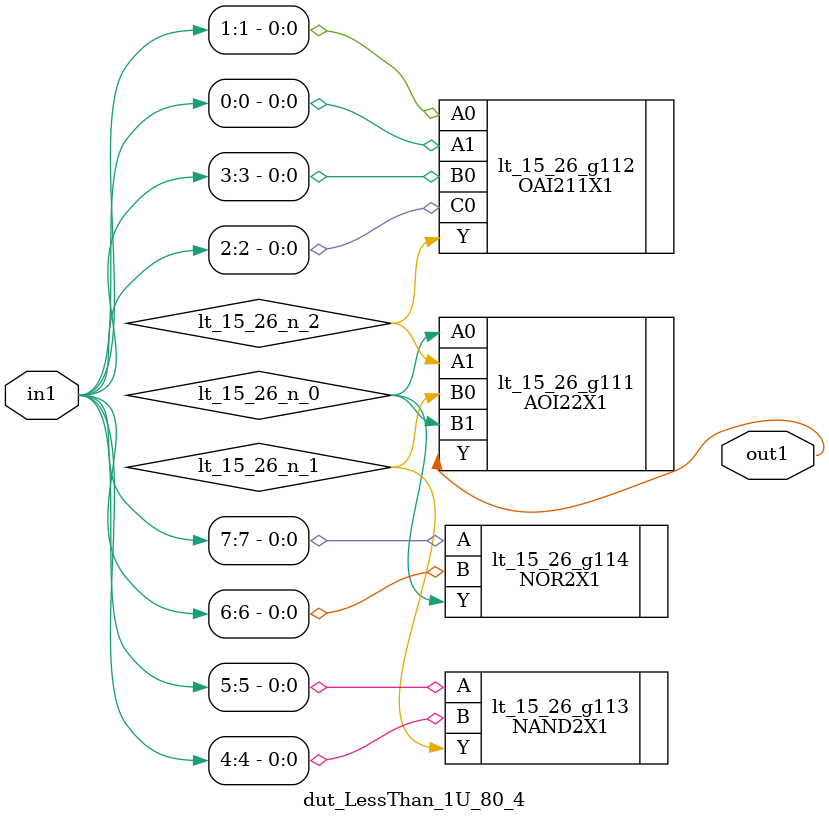
<source format=v>
`timescale 1ps / 1ps


module dut_LessThan_1U_80_4(in1, out1);
  input [7:0] in1;
  output out1;
  wire [7:0] in1;
  wire out1;
  wire lt_15_26_n_0, lt_15_26_n_1, lt_15_26_n_2;
  AOI22X1 lt_15_26_g111(.A0 (lt_15_26_n_0), .A1 (lt_15_26_n_2), .B0
       (lt_15_26_n_1), .B1 (lt_15_26_n_0), .Y (out1));
  OAI211X1 lt_15_26_g112(.A0 (in1[1]), .A1 (in1[0]), .B0 (in1[3]), .C0
       (in1[2]), .Y (lt_15_26_n_2));
  NAND2X1 lt_15_26_g113(.A (in1[5]), .B (in1[4]), .Y (lt_15_26_n_1));
  NOR2X1 lt_15_26_g114(.A (in1[7]), .B (in1[6]), .Y (lt_15_26_n_0));
endmodule



</source>
